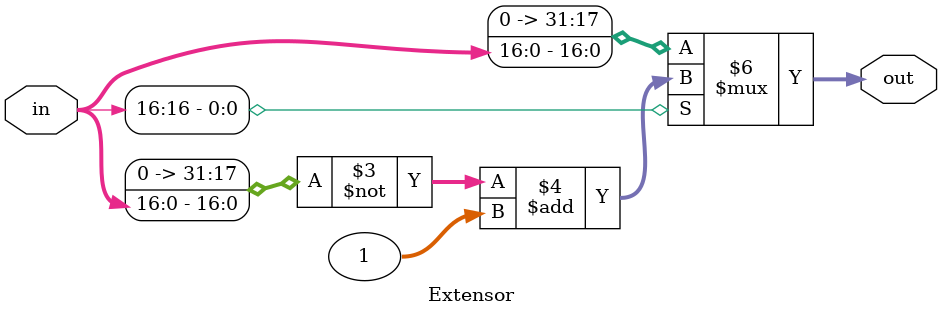
<source format=v>
module Extensor (in, out);

	input[16:0] in;
	
	output reg [31:0] out;
	
	
	always @ (*)
	begin
		out = in;
		if(in[16] == 1'b1) out = (~(out) + 32'b00000000000000000000000000000001);
	end
	
	
endmodule

			
	
	
</source>
